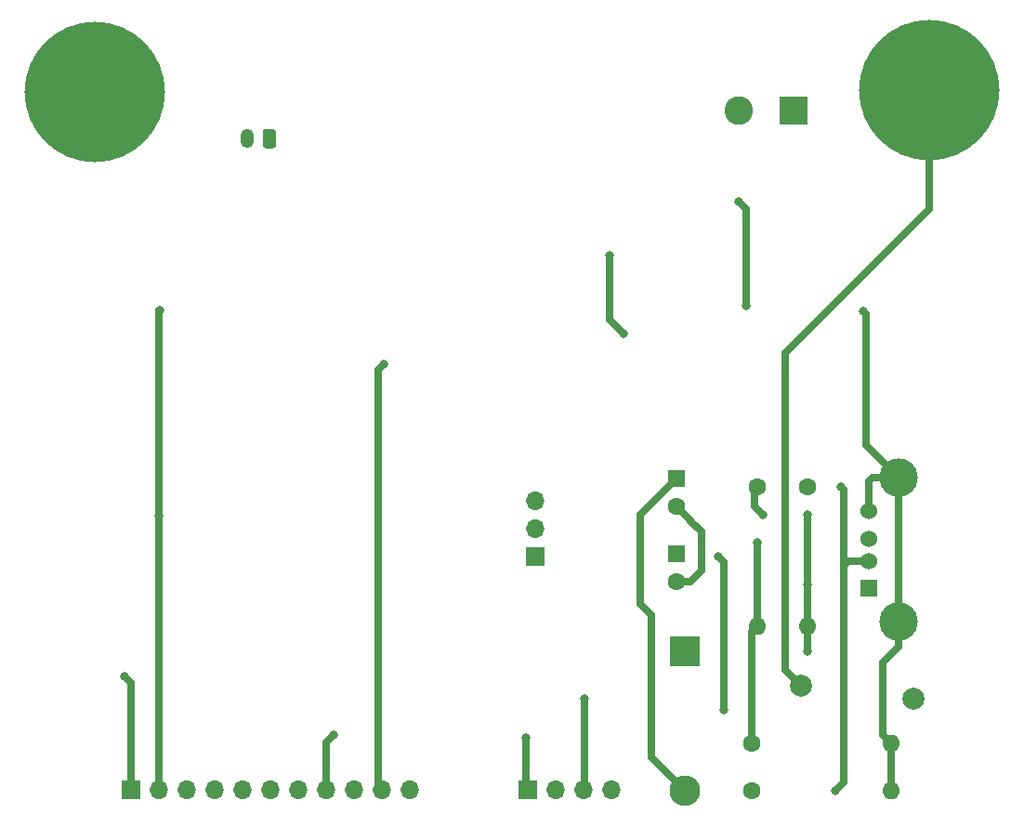
<source format=gbr>
%TF.GenerationSoftware,KiCad,Pcbnew,5.1.6-c6e7f7d~87~ubuntu18.04.1*%
%TF.CreationDate,2021-10-05T10:23:35-04:00*%
%TF.ProjectId,boosta,626f6f73-7461-42e6-9b69-6361645f7063,rev?*%
%TF.SameCoordinates,Original*%
%TF.FileFunction,Copper,L2,Bot*%
%TF.FilePolarity,Positive*%
%FSLAX46Y46*%
G04 Gerber Fmt 4.6, Leading zero omitted, Abs format (unit mm)*
G04 Created by KiCad (PCBNEW 5.1.6-c6e7f7d~87~ubuntu18.04.1) date 2021-10-05 10:23:35*
%MOMM*%
%LPD*%
G01*
G04 APERTURE LIST*
%TA.AperFunction,ComponentPad*%
%ADD10C,2.600000*%
%TD*%
%TA.AperFunction,ComponentPad*%
%ADD11R,2.600000X2.600000*%
%TD*%
%TA.AperFunction,ComponentPad*%
%ADD12O,1.600000X1.600000*%
%TD*%
%TA.AperFunction,ComponentPad*%
%ADD13C,1.600000*%
%TD*%
%TA.AperFunction,ComponentPad*%
%ADD14O,2.800000X2.800000*%
%TD*%
%TA.AperFunction,ComponentPad*%
%ADD15R,2.800000X2.800000*%
%TD*%
%TA.AperFunction,ComponentPad*%
%ADD16R,1.600000X1.600000*%
%TD*%
%TA.AperFunction,ComponentPad*%
%ADD17O,1.200000X1.750000*%
%TD*%
%TA.AperFunction,ComponentPad*%
%ADD18O,1.700000X1.700000*%
%TD*%
%TA.AperFunction,ComponentPad*%
%ADD19R,1.700000X1.700000*%
%TD*%
%TA.AperFunction,ComponentPad*%
%ADD20C,2.010000*%
%TD*%
%TA.AperFunction,ComponentPad*%
%ADD21C,0.900000*%
%TD*%
%TA.AperFunction,ComponentPad*%
%ADD22C,12.800000*%
%TD*%
%TA.AperFunction,ComponentPad*%
%ADD23C,1.524000*%
%TD*%
%TA.AperFunction,ComponentPad*%
%ADD24R,1.524000X1.524000*%
%TD*%
%TA.AperFunction,ComponentPad*%
%ADD25C,3.500000*%
%TD*%
%TA.AperFunction,ViaPad*%
%ADD26C,0.800000*%
%TD*%
%TA.AperFunction,Conductor*%
%ADD27C,0.700000*%
%TD*%
G04 APERTURE END LIST*
D10*
%TO.P,J4,2*%
%TO.N,GND*%
X97108000Y-87376000D03*
D11*
%TO.P,J4,1*%
%TO.N,Net-(F1-Pad2)*%
X102108000Y-87376000D03*
%TD*%
D12*
%TO.P,R4,2*%
%TO.N,GND*%
X110998000Y-149352000D03*
D13*
%TO.P,R4,1*%
%TO.N,Net-(J6-Pad2)*%
X98298000Y-149352000D03*
%TD*%
D12*
%TO.P,R3,2*%
%TO.N,5VBOOST*%
X103378000Y-134366000D03*
D13*
%TO.P,R3,1*%
%TO.N,Net-(J6-Pad2)*%
X103378000Y-121666000D03*
%TD*%
D12*
%TO.P,R2,2*%
%TO.N,GND*%
X110998000Y-145034000D03*
D13*
%TO.P,R2,1*%
%TO.N,Net-(J6-Pad3)*%
X98298000Y-145034000D03*
%TD*%
D12*
%TO.P,R1,2*%
%TO.N,Net-(J6-Pad3)*%
X98806000Y-134366000D03*
D13*
%TO.P,R1,1*%
%TO.N,5VBOOST*%
X98806000Y-121666000D03*
%TD*%
D14*
%TO.P,D1,2*%
%TO.N,Net-(C2-Pad1)*%
X92202000Y-149352000D03*
D15*
%TO.P,D1,1*%
%TO.N,VUSB*%
X92202000Y-136652000D03*
%TD*%
D13*
%TO.P,C2,2*%
%TO.N,GND*%
X91440000Y-123404000D03*
D16*
%TO.P,C2,1*%
%TO.N,Net-(C2-Pad1)*%
X91440000Y-120904000D03*
%TD*%
D13*
%TO.P,C1,2*%
%TO.N,GND*%
X91440000Y-130262000D03*
D16*
%TO.P,C1,1*%
%TO.N,Net-(C1-Pad1)*%
X91440000Y-127762000D03*
%TD*%
%TO.P,J2,1*%
%TO.N,LIPO*%
%TA.AperFunction,ComponentPad*%
G36*
G01*
X54956000Y-89290999D02*
X54956000Y-90541001D01*
G75*
G02*
X54706001Y-90791000I-249999J0D01*
G01*
X54005999Y-90791000D01*
G75*
G02*
X53756000Y-90541001I0J249999D01*
G01*
X53756000Y-89290999D01*
G75*
G02*
X54005999Y-89041000I249999J0D01*
G01*
X54706001Y-89041000D01*
G75*
G02*
X54956000Y-89290999I0J-249999D01*
G01*
G37*
%TD.AperFunction*%
D17*
%TO.P,J2,2*%
%TO.N,GND*%
X52356000Y-89916000D03*
%TD*%
D18*
%TO.P,J1,4*%
%TO.N,N/C*%
X85540000Y-149234000D03*
%TO.P,J1,3*%
%TO.N,5VBOOST*%
X83000000Y-149234000D03*
%TO.P,J1,2*%
%TO.N,GND*%
X80460000Y-149234000D03*
D19*
%TO.P,J1,1*%
%TO.N,OUT*%
X77920000Y-149234000D03*
%TD*%
D20*
%TO.P,F1,2*%
%TO.N,Net-(F1-Pad2)*%
X102830000Y-139770000D03*
%TO.P,F1,1*%
%TO.N,Net-(C1-Pad1)*%
X113030000Y-140970000D03*
%TD*%
D18*
%TO.P,J7,11*%
%TO.N,GND*%
X67140000Y-149260000D03*
%TO.P,J7,10*%
%TO.N,LIPO*%
X64600000Y-149260000D03*
%TO.P,J7,9*%
%TO.N,GND*%
X62060000Y-149260000D03*
%TO.P,J7,8*%
%TO.N,OUT*%
X59520000Y-149260000D03*
%TO.P,J7,7*%
%TO.N,N/C*%
X56980000Y-149260000D03*
%TO.P,J7,6*%
X54440000Y-149260000D03*
%TO.P,J7,5*%
X51900000Y-149260000D03*
%TO.P,J7,4*%
X49360000Y-149260000D03*
%TO.P,J7,3*%
X46820000Y-149260000D03*
%TO.P,J7,2*%
%TO.N,GND*%
X44280000Y-149260000D03*
D19*
%TO.P,J7,1*%
%TO.N,VUSB*%
X41740000Y-149260000D03*
%TD*%
D21*
%TO.P,H2,1*%
%TO.N,Net-(F1-Pad2)*%
X117894113Y-82225887D03*
X114500000Y-80820000D03*
X111105887Y-82225887D03*
X109700000Y-85620000D03*
X111105887Y-89014113D03*
X114500000Y-90420000D03*
X117894113Y-89014113D03*
X119300000Y-85620000D03*
D22*
X114500000Y-85450000D03*
%TD*%
%TO.P,H1,1*%
%TO.N,GND*%
X38430000Y-85620000D03*
D21*
X43230000Y-85620000D03*
X41824113Y-89014113D03*
X38430000Y-90420000D03*
X35035887Y-89014113D03*
X33630000Y-85620000D03*
X35035887Y-82225887D03*
X38430000Y-80820000D03*
X41824113Y-82225887D03*
%TD*%
D23*
%TO.P,J6,4*%
%TO.N,GND*%
X108980000Y-123880000D03*
%TO.P,J6,3*%
%TO.N,Net-(J6-Pad3)*%
X108980000Y-126380000D03*
%TO.P,J6,2*%
%TO.N,Net-(J6-Pad2)*%
X108980000Y-128380000D03*
D24*
%TO.P,J6,1*%
%TO.N,5VBOOST*%
X108980000Y-130880000D03*
D25*
%TO.P,J6,5*%
%TO.N,GND*%
X111690000Y-133950000D03*
X111690000Y-120810000D03*
%TD*%
D18*
%TO.P,J3,3*%
%TO.N,Net-(C2-Pad1)*%
X78604000Y-122936000D03*
%TO.P,J3,2*%
%TO.N,GND*%
X78604000Y-125476000D03*
D19*
%TO.P,J3,1*%
%TO.N,Net-(C1-Pad1)*%
X78604000Y-128016000D03*
%TD*%
D26*
%TO.N,GND*%
X44330000Y-105530000D03*
X44280000Y-124290000D03*
X108458000Y-105664000D03*
X97790000Y-105156000D03*
X97108000Y-95678000D03*
%TO.N,Net-(J6-Pad3)*%
X98806000Y-126746000D03*
%TO.N,Net-(J6-Pad2)*%
X105918000Y-149352000D03*
X106426000Y-121666000D03*
%TO.N,LIPO*%
X85344000Y-100584000D03*
X86614000Y-107696000D03*
X64770000Y-110490000D03*
%TO.N,OUT*%
X60198000Y-144272000D03*
X77724000Y-144526000D03*
%TO.N,Net-(C1-Pad1)*%
X95758000Y-141986000D03*
X95250000Y-128016000D03*
%TO.N,5VBOOST*%
X103378000Y-124206000D03*
X99314000Y-124206000D03*
X103378000Y-130556000D03*
X103378000Y-136652000D03*
X83058000Y-140970000D03*
%TO.N,VUSB*%
X41148000Y-138938000D03*
%TD*%
D27*
%TO.N,GND*%
X44280000Y-105580000D02*
X44330000Y-105530000D01*
X44280000Y-149260000D02*
X44280000Y-124290000D01*
X44280000Y-124290000D02*
X44280000Y-105580000D01*
X111690000Y-120810000D02*
X108712000Y-117832000D01*
X108712000Y-117832000D02*
X108712000Y-105918000D01*
X108712000Y-105918000D02*
X108458000Y-105664000D01*
X97790000Y-105156000D02*
X97790000Y-96360000D01*
X97790000Y-96360000D02*
X97108000Y-95678000D01*
X111690000Y-133950000D02*
X111690000Y-120810000D01*
X91440000Y-123404000D02*
X92750000Y-124714000D01*
X92750000Y-124714000D02*
X92750000Y-124754000D01*
X92750000Y-124754000D02*
X93726000Y-125730000D01*
X93726000Y-125730000D02*
X93726000Y-129286000D01*
X92750000Y-130262000D02*
X91440000Y-130262000D01*
X93726000Y-129286000D02*
X92750000Y-130262000D01*
X110998000Y-149352000D02*
X110998000Y-145034000D01*
X111690000Y-133950000D02*
X111690000Y-136214000D01*
X111690000Y-136214000D02*
X110236000Y-137668000D01*
X110236000Y-144272000D02*
X110998000Y-145034000D01*
X110236000Y-137668000D02*
X110236000Y-144272000D01*
X108980000Y-123880000D02*
X108980000Y-121144000D01*
X109314000Y-120810000D02*
X111690000Y-120810000D01*
X108980000Y-121144000D02*
X109314000Y-120810000D01*
%TO.N,Net-(J6-Pad3)*%
X98298000Y-134874000D02*
X98806000Y-134366000D01*
X98298000Y-145034000D02*
X98298000Y-134874000D01*
X98806000Y-126746000D02*
X98806000Y-134366000D01*
%TO.N,Net-(J6-Pad2)*%
X108980000Y-128380000D02*
X107078000Y-128380000D01*
X107078000Y-128380000D02*
X106680000Y-128778000D01*
X106680000Y-128778000D02*
X106680000Y-148590000D01*
X106680000Y-148590000D02*
X105918000Y-149352000D01*
X106680000Y-128778000D02*
X106680000Y-121920000D01*
X106680000Y-121920000D02*
X106426000Y-121666000D01*
%TO.N,LIPO*%
X85344000Y-100584000D02*
X85344000Y-106426000D01*
X85344000Y-106426000D02*
X86614000Y-107696000D01*
X64770000Y-110490000D02*
X64262000Y-110998000D01*
X64262000Y-148922000D02*
X64600000Y-149260000D01*
X64262000Y-110998000D02*
X64262000Y-148922000D01*
%TO.N,OUT*%
X59520000Y-149260000D02*
X59520000Y-144950000D01*
X59520000Y-144950000D02*
X60198000Y-144272000D01*
X77724000Y-149038000D02*
X77920000Y-149234000D01*
X77724000Y-144526000D02*
X77724000Y-149038000D01*
%TO.N,Net-(F1-Pad2)*%
X114500000Y-85450000D02*
X114500000Y-96320000D01*
X114500000Y-96320000D02*
X101346000Y-109474000D01*
X101346000Y-138286000D02*
X102830000Y-139770000D01*
X101346000Y-109474000D02*
X101346000Y-138286000D01*
%TO.N,Net-(C2-Pad1)*%
X92202000Y-149352000D02*
X89154000Y-146304000D01*
X89154000Y-146304000D02*
X89154000Y-133350000D01*
X89154000Y-133350000D02*
X88138000Y-132334000D01*
X88138000Y-124206000D02*
X91440000Y-120904000D01*
X88138000Y-132334000D02*
X88138000Y-124206000D01*
%TO.N,Net-(C1-Pad1)*%
X95758000Y-141986000D02*
X95758000Y-131826000D01*
X95758000Y-131826000D02*
X95758000Y-128524000D01*
X95758000Y-128524000D02*
X95250000Y-128016000D01*
%TO.N,5VBOOST*%
X99314000Y-124206000D02*
X98552000Y-123444000D01*
X98552000Y-121920000D02*
X98806000Y-121666000D01*
X98552000Y-123444000D02*
X98552000Y-121920000D01*
X103378000Y-134366000D02*
X103378000Y-130556000D01*
X103378000Y-130556000D02*
X103378000Y-124206000D01*
X103378000Y-134366000D02*
X103378000Y-136652000D01*
X83058000Y-149176000D02*
X83000000Y-149234000D01*
X83058000Y-140970000D02*
X83058000Y-149176000D01*
%TO.N,VUSB*%
X41740000Y-139530000D02*
X41740000Y-149260000D01*
X41148000Y-138938000D02*
X41740000Y-139530000D01*
%TD*%
M02*

</source>
